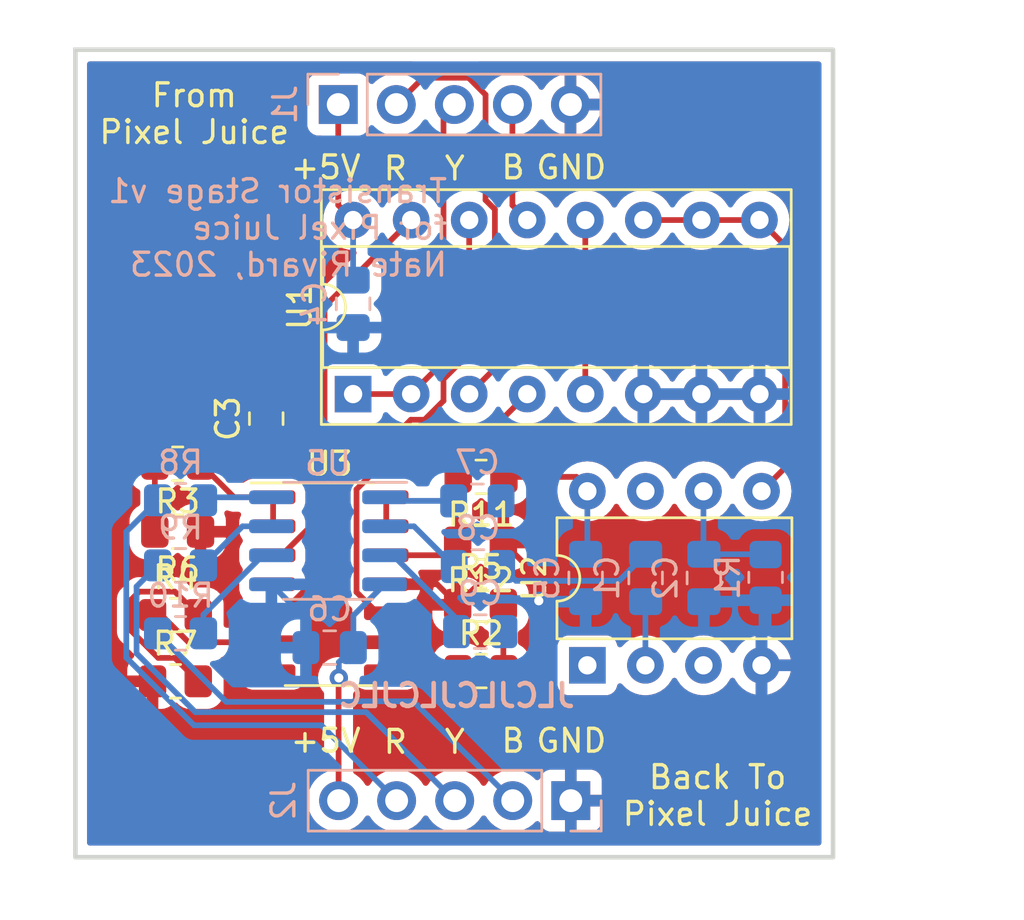
<source format=kicad_pcb>
(kicad_pcb (version 20211014) (generator pcbnew)
  (layers (0 "F.Cu" signal) (31 "B.Cu" signal) (34 "B.Paste" user) (35 "F.Paste" user) (36 "B.SilkS" user "B.Silkscreen") (37 "F.SilkS" user "F.Silkscreen") (38 "B.Mask" user) (39 "F.Mask" user) (44 "Edge.Cuts" user))
  (net 0 "")
  (net 1 "Net-(C9-Pad1)")
  (net 2 "GND")
  (net 3 "+5V")
  (net 4 "Net-(C2-Pad1)")
  (net 5 "/Y_{out}")
  (net 6 "Net-(R8-Pad1)")
  (net 7 "/B-Y_{out}")
  (net 8 "Net-(R9-Pad1)")
  (net 9 "/R-Y_{out}")
  (net 10 "Net-(R2-Pad1)")
  (net 11 "Net-(R3-Pad1)")
  (net 12 "Net-(R10-Pad1)")
  (net 13 "Net-(C1-Pad2)")
  (net 15 "~{BURST}")
  (net 16 "CSYNC")
  (net 18 "Net-(U1-Pad15)")
  (net 19 "Net-(U1-Pad14)")
  (net 20 "Net-(R4-Pad1)")
  (net 21 "Net-(U1-Pad4)")
  (net 22 "Net-(C7-Pad2)")
  (net 23 "Net-(C8-Pad2)")
  (net 24 "Net-(C9-Pad2)")
  (net 25 "Y")
  (net 26 "R-Y")
  (net 27 "SAMPLE")
  (net 28 "B-Y")
  (net 29 "Y_{DIV}")
  (net 30 "Net-(C7-Pad1)")
  (net 31 "Net-(R11-Pad2)")
  (net 32 "Net-(U3-Pad13)")
  (footprint "Resistor_SMD:R_0805_2012Metric_Pad1.20x1.40mm_HandSolder" (layer "F.Cu") (at 131.825 94.45 180)
    (fp_text reference "R6" (at 0 -1.65) (layer "F.SilkS"))
    (fp_text value "910R")
    (fp_line (start -0.227064 0.735) (end 0.227064 0.735) (layer "F.SilkS") (width 0.12))
    (fp_line (start -0.227064 -0.735) (end 0.227064 -0.735) (layer "F.SilkS") (width 0.12))
    (pad "1" smd roundrect (at -1 0 180) (size 1.2 1.4) (layers "F.Cu" "F.Paste" "F.Mask") (roundrect_rratio 0.208333) (net 2 "GND"))
    (pad "2" smd roundrect (at 1 0 180) (size 1.2 1.4) (layers "F.Cu" "F.Paste" "F.Mask") (roundrect_rratio 0.208333) (net 29 "Y_{DIV}"))
  )
  (footprint "Resistor_SMD:R_0805_2012Metric_Pad1.20x1.40mm_HandSolder" (layer "F.Cu") (at 145.075 97.65)
    (fp_text reference "R5" (at 0 -1.65) (layer "F.SilkS"))
    (fp_text value "620R")
    (fp_line (start -0.227064 -0.735) (end 0.227064 -0.735) (layer "F.SilkS") (width 0.12))
    (fp_line (start -0.227064 0.735) (end 0.227064 0.735) (layer "F.SilkS") (width 0.12))
    (pad "1" smd roundrect (at -1 0) (size 1.2 1.4) (layers "F.Cu" "F.Paste" "F.Mask") (roundrect_rratio 0.208333) (net 2 "GND"))
    (pad "2" smd roundrect (at 1 0) (size 1.2 1.4) (layers "F.Cu" "F.Paste" "F.Mask") (roundrect_rratio 0.208333) (net 30 "Net-(C7-Pad1)"))
  )
  (footprint "Resistor_SMD:R_0805_2012Metric_Pad1.20x1.40mm_HandSolder" (layer "F.Cu") (at 131.725 101)
    (fp_text reference "R7" (at 0 -1.65) (layer "F.SilkS"))
    (fp_text value "910R")
    (fp_line (start -0.227064 0.735) (end 0.227064 0.735) (layer "F.SilkS") (width 0.12))
    (fp_line (start -0.227064 -0.735) (end 0.227064 -0.735) (layer "F.SilkS") (width 0.12))
    (pad "1" smd roundrect (at -1 0) (size 1.2 1.4) (layers "F.Cu" "F.Paste" "F.Mask") (roundrect_rratio 0.208333) (net 2 "GND"))
    (pad "2" smd roundrect (at 1 0) (size 1.2 1.4) (layers "F.Cu" "F.Paste" "F.Mask") (roundrect_rratio 0.208333) (net 1 "Net-(C9-Pad1)"))
  )
  (footprint "Package_DIP:DIP-16_W7.62mm_Socket" (layer "F.Cu") (at 139.5 88.425 90)
    (fp_text reference "U1" (at 3.81 -2.33 90) (layer "F.SilkS"))
    (fp_text value "CD4053B")
    (fp_line (start 6.46 19.11) (end 6.46 -1.33) (layer "F.SilkS") (width 0.12))
    (fp_line (start 6.46 -1.33) (end 4.81 -1.33) (layer "F.SilkS") (width 0.12))
    (fp_line (start 1.16 -1.33) (end 1.16 19.11) (layer "F.SilkS") (width 0.12))
    (fp_line (start 8.95 19.17) (end 8.95 -1.39) (layer "F.SilkS") (width 0.12))
    (fp_line (start -1.33 19.17) (end 8.95 19.17) (layer "F.SilkS") (width 0.12))
    (fp_line (start 2.81 -1.33) (end 1.16 -1.33) (layer "F.SilkS") (width 0.12))
    (fp_line (start -1.33 -1.39) (end -1.33 19.17) (layer "F.SilkS") (width 0.12))
    (fp_line (start 1.16 19.11) (end 6.46 19.11) (layer "F.SilkS") (width 0.12))
    (fp_line (start 8.95 -1.39) (end -1.33 -1.39) (layer "F.SilkS") (width 0.12))
    (fp_arc (start 4.81 -1.33) (mid 3.81 -0.33) (end 2.81 -1.33) (layer "F.SilkS") (width 0.12))
    (pad "1" thru_hole rect (at 0 0 90) (size 1.6 1.6) (drill 0.8) (layers *.Cu *.Mask) (net 25 "Y"))
    (pad "2" thru_hole oval (at 0 2.54 90) (size 1.6 1.6) (drill 0.8) (layers *.Cu *.Mask) (net 25 "Y"))
    (pad "3" thru_hole oval (at 0 5.08 90) (size 1.6 1.6) (drill 0.8) (layers *.Cu *.Mask) (net 26 "R-Y"))
    (pad "4" thru_hole oval (at 0 7.62 90) (size 1.6 1.6) (drill 0.8) (layers *.Cu *.Mask) (net 21 "Net-(U1-Pad4)"))
    (pad "5" thru_hole oval (at 0 10.16 90) (size 1.6 1.6) (drill 0.8) (layers *.Cu *.Mask) (net 27 "SAMPLE"))
    (pad "6" thru_hole oval (at 0 12.7 90) (size 1.6 1.6) (drill 0.8) (layers *.Cu *.Mask) (net 2 "GND"))
    (pad "7" thru_hole oval (at 0 15.24 90) (size 1.6 1.6) (drill 0.8) (layers *.Cu *.Mask) (net 2 "GND"))
    (pad "8" thru_hole oval (at 0 17.78 90) (size 1.6 1.6) (drill 0.8) (layers *.Cu *.Mask) (net 2 "GND"))
    (pad "9" thru_hole oval (at 7.62 17.78 90) (size 1.6 1.6) (drill 0.8) (layers *.Cu *.Mask) (net 15 "~{BURST}"))
    (pad "10" thru_hole oval (at 7.62 15.24 90) (size 1.6 1.6) (drill 0.8) (layers *.Cu *.Mask) (net 15 "~{BURST}"))
    (pad "11" thru_hole oval (at 7.62 12.7 90) (size 1.6 1.6) (drill 0.8) (layers *.Cu *.Mask) (net 15 "~{BURST}"))
    (pad "12" thru_hole oval (at 7.62 10.16 90) (size 1.6 1.6) (drill 0.8) (layers *.Cu *.Mask) (net 27 "SAMPLE"))
    (pad "13" thru_hole oval (at 7.62 7.62 90) (size 1.6 1.6) (drill 0.8) (layers *.Cu *.Mask) (net 28 "B-Y"))
    (pad "14" thru_hole oval (at 7.62 5.08 90) (size 1.6 1.6) (drill 0.8) (layers *.Cu *.Mask) (net 19 "Net-(U1-Pad14)"))
    (pad "15" thru_hole oval (at 7.62 2.54 90) (size 1.6 1.6) (drill 0.8) (layers *.Cu *.Mask) (net 18 "Net-(U1-Pad15)"))
    (pad "16" thru_hole oval (at 7.62 0 90) (size 1.6 1.6) (drill 0.8) (layers *.Cu *.Mask) (net 3 "+5V"))
  )
  (footprint "Package_SO:SOIC-14_3.9x8.7mm_P1.27mm" (layer "F.Cu") (at 138.475 96.75)
    (fp_text reference "U3" (at 0 -5.28) (layer "F.SilkS"))
    (fp_text value "AD8054")
    (fp_line (start 0 4.435) (end 1.95 4.435) (layer "F.SilkS") (width 0.12))
    (fp_line (start 0 -4.435) (end -3.45 -4.435) (layer "F.SilkS") (width 0.12))
    (fp_line (start 0 4.435) (end -1.95 4.435) (layer "F.SilkS") (width 0.12))
    (fp_line (start 0 -4.435) (end 1.95 -4.435) (layer "F.SilkS") (width 0.12))
    (pad "1" smd roundrect (at -2.475 -3.81) (size 1.95 0.6) (layers "F.Cu" "F.Paste" "F.Mask") (net 11 "Net-(R3-Pad1)"))
    (pad "2" smd roundrect (at -2.475 -2.54) (size 1.95 0.6) (layers "F.Cu" "F.Paste" "F.Mask") (net 11 "Net-(R3-Pad1)"))
    (pad "3" smd roundrect (at -2.475 -1.27) (size 1.95 0.6) (layers "F.Cu" "F.Paste" "F.Mask") (net 18 "Net-(U1-Pad15)"))
    (pad "4" smd roundrect (at -2.475 0) (size 1.95 0.6) (layers "F.Cu" "F.Paste" "F.Mask") (net 3 "+5V"))
    (pad "5" smd roundrect (at -2.475 1.27) (size 1.95 0.6) (layers "F.Cu" "F.Paste" "F.Mask") (net 19 "Net-(U1-Pad14)"))
    (pad "6" smd roundrect (at -2.475 2.54) (size 1.95 0.6) (layers "F.Cu" "F.Paste" "F.Mask") (net 20 "Net-(R4-Pad1)"))
    (pad "7" smd roundrect (at -2.475 3.81) (size 1.95 0.6) (layers "F.Cu" "F.Paste" "F.Mask") (net 20 "Net-(R4-Pad1)"))
    (pad "8" smd roundrect (at 2.475 3.81) (size 1.95 0.6) (layers "F.Cu" "F.Paste" "F.Mask") (net 10 "Net-(R2-Pad1)"))
    (pad "9" smd roundrect (at 2.475 2.54) (size 1.95 0.6) (layers "F.Cu" "F.Paste" "F.Mask") (net 10 "Net-(R2-Pad1)"))
    (pad "10" smd roundrect (at 2.475 1.27) (size 1.95 0.6) (layers "F.Cu" "F.Paste" "F.Mask") (net 21 "Net-(U1-Pad4)"))
    (pad "11" smd roundrect (at 2.475 0) (size 1.95 0.6) (layers "F.Cu" "F.Paste" "F.Mask") (net 2 "GND"))
    (pad "12" smd roundrect (at 2.475 -1.27) (size 1.95 0.6) (layers "F.Cu" "F.Paste" "F.Mask") (net 31 "Net-(R11-Pad2)"))
    (pad "13" smd roundrect (at 2.475 -2.54) (size 1.95 0.6) (layers "F.Cu" "F.Paste" "F.Mask") (net 32 "Net-(U3-Pad13)"))
    (pad "14" smd roundrect (at 2.475 -3.81) (size 1.95 0.6) (layers "F.Cu" "F.Paste" "F.Mask") (net 32 "Net-(U3-Pad13)"))
  )
  (footprint "Resistor_SMD:R_0805_2012Metric_Pad1.20x1.40mm_HandSolder" (layer "F.Cu") (at 145.075 94.925 180)
    (fp_text reference "R12" (at 0 -1.65) (layer "F.SilkS"))
    (fp_text value "680R")
    (fp_line (start -0.227064 -0.735) (end 0.227064 -0.735) (layer "F.SilkS") (width 0.12))
    (fp_line (start -0.227064 0.735) (end 0.227064 0.735) (layer "F.SilkS") (width 0.12))
    (pad "1" smd roundrect (at -1 0 180) (size 1.2 1.4) (layers "F.Cu" "F.Paste" "F.Mask") (roundrect_rratio 0.208333) (net 2 "GND"))
    (pad "2" smd roundrect (at 1 0 180) (size 1.2 1.4) (layers "F.Cu" "F.Paste" "F.Mask") (roundrect_rratio 0.208333) (net 31 "Net-(R11-Pad2)"))
  )
  (footprint "Resistor_SMD:R_0805_2012Metric_Pad1.20x1.40mm_HandSolder" (layer "F.Cu") (at 145.1 92.05 180)
    (fp_text reference "R11" (at 0 -1.65) (layer "F.SilkS"))
    (fp_text value "680R")
    (fp_line (start -0.227064 -0.735) (end 0.227064 -0.735) (layer "F.SilkS") (width 0.12))
    (fp_line (start -0.227064 0.735) (end 0.227064 0.735) (layer "F.SilkS") (width 0.12))
    (pad "1" smd roundrect (at -1 0 180) (size 1.2 1.4) (layers "F.Cu" "F.Paste" "F.Mask") (roundrect_rratio 0.208333) (net 3 "+5V"))
    (pad "2" smd roundrect (at 1 0 180) (size 1.2 1.4) (layers "F.Cu" "F.Paste" "F.Mask") (roundrect_rratio 0.208333) (net 31 "Net-(R11-Pad2)"))
  )
  (footprint "Resistor_SMD:R_0805_2012Metric_Pad1.20x1.40mm_HandSolder" (layer "F.Cu") (at 131.725 98.1)
    (fp_text reference "R4" (at 0 -1.65) (layer "F.SilkS"))
    (fp_text value "680R")
    (fp_line (start -0.227064 -0.735) (end 0.227064 -0.735) (layer "F.SilkS") (width 0.12))
    (fp_line (start -0.227064 0.735) (end 0.227064 0.735) (layer "F.SilkS") (width 0.12))
    (pad "1" smd roundrect (at -1 0) (size 1.2 1.4) (layers "F.Cu" "F.Paste" "F.Mask") (roundrect_rratio 0.208333) (net 20 "Net-(R4-Pad1)"))
    (pad "2" smd roundrect (at 1 0) (size 1.2 1.4) (layers "F.Cu" "F.Paste" "F.Mask") (roundrect_rratio 0.208333) (net 1 "Net-(C9-Pad1)"))
  )
  (footprint "Package_DIP:DIP-8_W7.62mm" (layer "F.Cu") (at 149.75 100.3 90)
    (fp_text reference "U2" (at 3.81 -2.33 90) (layer "F.SilkS"))
    (fp_text value "LM1881")
    (fp_line (start 1.16 8.95) (end 6.46 8.95) (layer "F.SilkS") (width 0.12))
    (fp_line (start 1.16 -1.33) (end 1.16 8.95) (layer "F.SilkS") (width 0.12))
    (fp_line (start 6.46 -1.33) (end 4.81 -1.33) (layer "F.SilkS") (width 0.12))
    (fp_line (start 2.81 -1.33) (end 1.16 -1.33) (layer "F.SilkS") (width 0.12))
    (fp_line (start 6.46 8.95) (end 6.46 -1.33) (layer "F.SilkS") (width 0.12))
    (fp_arc (start 4.81 -1.33) (mid 3.81 -0.33) (end 2.81 -1.33) (layer "F.SilkS") (width 0.12))
    (pad "1" thru_hole rect (at 0 0 90) (size 1.6 1.6) (drill 0.8) (layers *.Cu *.Mask) (net 16 "CSYNC"))
    (pad "2" thru_hole oval (at 0 2.54 90) (size 1.6 1.6) (drill 0.8) (layers *.Cu *.Mask) (net 13 "Net-(C1-Pad2)"))
    (pad "3" thru_hole oval (at 0 5.08 90) (size 1.6 1.6) (drill 0.8) (layers *.Cu *.Mask))
    (pad "4" thru_hole oval (at 0 7.62 90) (size 1.6 1.6) (drill 0.8) (layers *.Cu *.Mask) (net 2 "GND"))
    (pad "5" thru_hole oval (at 7.62 7.62 90) (size 1.6 1.6) (drill 0.8) (layers *.Cu *.Mask) (net 15 "~{BURST}"))
    (pad "6" thru_hole oval (at 7.62 5.08 90) (size 1.6 1.6) (drill 0.8) (layers *.Cu *.Mask) (net 4 "Net-(C2-Pad1)"))
    (pad "7" thru_hole oval (at 7.62 2.54 90) (size 1.6 1.6) (drill 0.8) (layers *.Cu *.Mask))
    (pad "8" thru_hole oval (at 7.62 0 90) (size 1.6 1.6) (drill 0.8) (layers *.Cu *.Mask) (net 3 "+5V"))
  )
  (footprint "Capacitor_SMD:C_0805_2012Metric_Pad1.18x1.45mm_HandSolder" (layer "F.Cu") (at 135.7 89.5 90)
    (fp_text reference "C3" (at 0 -1.68 90) (layer "F.SilkS"))
    (fp_text value "100nF")
    (fp_line (start -0.261252 0.735) (end 0.261252 0.735) (layer "F.SilkS") (width 0.12))
    (fp_line (start -0.261252 -0.735) (end 0.261252 -0.735) (layer "F.SilkS") (width 0.12))
    (pad "1" smd roundrect (at -1.0375 0 90) (size 1.175 1.45) (layers "F.Cu" "F.Paste" "F.Mask") (roundrect_rratio 0.212766) (net 3 "+5V"))
    (pad "2" smd roundrect (at 1.0375 0 90) (size 1.175 1.45) (layers "F.Cu" "F.Paste" "F.Mask") (roundrect_rratio 0.212766) (net 2 "GND"))
  )
  (footprint "Resistor_SMD:R_0805_2012Metric_Pad1.20x1.40mm_HandSolder" (layer "F.Cu") (at 131.825 91.475 180)
    (fp_text reference "R3" (at 0 -1.65 180) (layer "F.SilkS"))
    (fp_text value "160R")
    (fp_line (start -0.227064 0.735) (end 0.227064 0.735) (layer "F.SilkS") (width 0.12))
    (fp_line (start -0.227064 -0.735) (end 0.227064 -0.735) (layer "F.SilkS") (width 0.12))
    (pad "1" smd roundrect (at -1 0 180) (size 1.2 1.4) (layers "F.Cu" "F.Paste" "F.Mask") (roundrect_rratio 0.208333) (net 11 "Net-(R3-Pad1)"))
    (pad "2" smd roundrect (at 1 0 180) (size 1.2 1.4) (layers "F.Cu" "F.Paste" "F.Mask") (roundrect_rratio 0.208333) (net 29 "Y_{DIV}"))
  )
  (footprint "Resistor_SMD:R_0805_2012Metric_Pad1.20x1.40mm_HandSolder" (layer "F.Cu") (at 145.1 100.55)
    (fp_text reference "R2" (at 0 -1.65) (layer "F.SilkS"))
    (fp_text value "910R")
    (fp_line (start -0.227064 0.735) (end 0.227064 0.735) (layer "F.SilkS") (width 0.12))
    (fp_line (start -0.227064 -0.735) (end 0.227064 -0.735) (layer "F.SilkS") (width 0.12))
    (pad "1" smd roundrect (at -1 0) (size 1.2 1.4) (layers "F.Cu" "F.Paste" "F.Mask") (roundrect_rratio 0.208333) (net 10 "Net-(R2-Pad1)"))
    (pad "2" smd roundrect (at 1 0) (size 1.2 1.4) (layers "F.Cu" "F.Paste" "F.Mask") (roundrect_rratio 0.208333) (net 30 "Net-(C7-Pad1)"))
  )
  (footprint "Capacitor_SMD:C_0805_2012Metric_Pad1.18x1.45mm_HandSolder" (layer "B.Cu") (at 154.85 96.475 -90)
    (fp_text reference "C2" (at 0 1.68 90) (layer "B.SilkS") (effects (justify mirror)))
    (fp_text value "100nf")
    (fp_line (start -0.261252 0.735) (end 0.261252 0.735) (layer "B.SilkS") (width 0.12))
    (fp_line (start -0.261252 -0.735) (end 0.261252 -0.735) (layer "B.SilkS") (width 0.12))
    (pad "1" smd roundrect (at -1.0375 0 270) (size 1.175 1.45) (layers "B.Cu" "B.Paste" "B.Mask") (roundrect_rratio 0.212766) (net 4 "Net-(C2-Pad1)"))
    (pad "2" smd roundrect (at 1.0375 0 270) (size 1.175 1.45) (layers "B.Cu" "B.Paste" "B.Mask") (roundrect_rratio 0.212766) (net 2 "GND"))
  )
  (footprint "Resistor_SMD:R_0805_2012Metric_Pad1.20x1.40mm_HandSolder" (layer "B.Cu") (at 131.95 93.075 180)
    (fp_text reference "R8" (at 0 1.65) (layer "B.SilkS") (effects (justify mirror)))
    (fp_text value "75R")
    (fp_line (start -0.227064 -0.735) (end 0.227064 -0.735) (layer "B.SilkS") (width 0.12))
    (fp_line (start -0.227064 0.735) (end 0.227064 0.735) (layer "B.SilkS") (width 0.12))
    (pad "1" smd roundrect (at -1 0 180) (size 1.2 1.4) (layers "B.Cu" "B.Paste" "B.Mask") (roundrect_rratio 0.208333) (net 6 "Net-(R8-Pad1)"))
    (pad "2" smd roundrect (at 1 0 180) (size 1.2 1.4) (layers "B.Cu" "B.Paste" "B.Mask") (roundrect_rratio 0.208333) (net 9 "/R-Y_{out}"))
  )
  (footprint "Capacitor_SMD:C_0805_2012Metric_Pad1.18x1.45mm_HandSolder" (layer "B.Cu") (at 144.9625 95.975 180)
    (fp_text reference "C8" (at 0 1.68) (layer "B.SilkS") (effects (justify mirror)))
    (fp_text value "100nf")
    (fp_line (start -0.261252 0.735) (end 0.261252 0.735) (layer "B.SilkS") (width 0.12))
    (fp_line (start -0.261252 -0.735) (end 0.261252 -0.735) (layer "B.SilkS") (width 0.12))
    (pad "1" smd roundrect (at -1.0375 0 180) (size 1.175 1.45) (layers "B.Cu" "B.Paste" "B.Mask") (roundrect_rratio 0.212766) (net 29 "Y_{DIV}"))
    (pad "2" smd roundrect (at 1.0375 0 180) (size 1.175 1.45) (layers "B.Cu" "B.Paste" "B.Mask") (roundrect_rratio 0.212766) (net 23 "Net-(C8-Pad2)"))
  )
  (footprint "Package_SO:SOIC-8_3.9x4.9mm_P1.27mm" (layer "B.Cu") (at 138.4 94.85 180)
    (fp_text reference "U5" (at 0 3.4) (layer "B.SilkS") (effects (justify mirror)))
    (fp_text value "THS7314")
    (fp_line (start 0 2.56) (end 1.95 2.56) (layer "B.SilkS") (width 0.12))
    (fp_line (start 0 -2.56) (end 1.95 -2.56) (layer "B.SilkS") (width 0.12))
    (fp_line (start 0 2.56) (end -3.45 2.56) (layer "B.SilkS") (width 0.12))
    (fp_line (start 0 -2.56) (end -1.95 -2.56) (layer "B.SilkS") (width 0.12))
    (pad "1" smd roundrect (at -2.475 1.905 180) (size 1.95 0.6) (layers "B.Cu" "B.Paste" "B.Mask") (net 22 "Net-(C7-Pad2)"))
    (pad "2" smd roundrect (at -2.475 0.635 180) (size 1.95 0.6) (layers "B.Cu" "B.Paste" "B.Mask") (net 23 "Net-(C8-Pad2)"))
    (pad "3" smd roundrect (at -2.475 -0.635 180) (size 1.95 0.6) (layers "B.Cu" "B.Paste" "B.Mask") (net 24 "Net-(C9-Pad2)"))
    (pad "4" smd roundrect (at -2.475 -1.905 180) (size 1.95 0.6) (layers "B.Cu" "B.Paste" "B.Mask") (net 3 "+5V"))
    (pad "5" smd roundrect (at 2.475 -1.905 180) (size 1.95 0.6) (layers "B.Cu" "B.Paste" "B.Mask") (net 2 "GND"))
    (pad "6" smd roundrect (at 2.475 -0.635 180) (size 1.95 0.6) (layers "B.Cu" "B.Paste" "B.Mask") (net 12 "Net-(R10-Pad1)"))
    (pad "7" smd roundrect (at 2.475 0.635 180) (size 1.95 0.6) (layers "B.Cu" "B.Paste" "B.Mask") (net 8 "Net-(R9-Pad1)"))
    (pad "8" smd roundrect (at 2.475 1.905 180) (size 1.95 0.6) (layers "B.Cu" "B.Paste" "B.Mask") (net 6 "Net-(R8-Pad1)"))
  )
  (footprint "Capacitor_SMD:C_0805_2012Metric_Pad1.18x1.45mm_HandSolder" (layer "B.Cu") (at 145.0625 98.825 180)
    (fp_text reference "C9" (at 0 1.68) (layer "B.SilkS") (effects (justify mirror)))
    (fp_text value "100nf")
    (fp_line (start -0.261252 0.735) (end 0.261252 0.735) (layer "B.SilkS") (width 0.12))
    (fp_line (start -0.261252 -0.735) (end 0.261252 -0.735) (layer "B.SilkS") (width 0.12))
    (pad "1" smd roundrect (at -1.0375 0 180) (size 1.175 1.45) (layers "B.Cu" "B.Paste" "B.Mask") (roundrect_rratio 0.212766) (net 1 "Net-(C9-Pad1)"))
    (pad "2" smd roundrect (at 1.0375 0 180) (size 1.175 1.45) (layers "B.Cu" "B.Paste" "B.Mask") (roundrect_rratio 0.212766) (net 24 "Net-(C9-Pad2)"))
  )
  (footprint "Capacitor_SMD:C_0805_2012Metric_Pad1.18x1.45mm_HandSolder" (layer "B.Cu") (at 152.3 96.475 -90)
    (fp_text reference "C1" (at 0 1.68 90) (layer "B.SilkS") (effects (justify mirror)))
    (fp_text value "100nf")
    (fp_line (start -0.261252 -0.735) (end 0.261252 -0.735) (layer "B.SilkS") (width 0.12))
    (fp_line (start -0.261252 0.735) (end 0.261252 0.735) (layer "B.SilkS") (width 0.12))
    (pad "1" smd roundrect (at -1.0375 0 270) (size 1.175 1.45) (layers "B.Cu" "B.Paste" "B.Mask") (roundrect_rratio 0.212766) (net 29 "Y_{DIV}"))
    (pad "2" smd roundrect (at 1.0375 0 270) (size 1.175 1.45) (layers "B.Cu" "B.Paste" "B.Mask") (roundrect_rratio 0.212766) (net 13 "Net-(C1-Pad2)"))
  )
  (footprint "Resistor_SMD:R_0805_2012Metric_Pad1.20x1.40mm_HandSolder" (layer "B.Cu") (at 131.95 98.9 180)
    (fp_text reference "R10" (at 0 1.65) (layer "B.SilkS") (effects (justify mirror)))
    (fp_text value "75R")
    (fp_line (start -0.227064 -0.735) (end 0.227064 -0.735) (layer "B.SilkS") (width 0.12))
    (fp_line (start -0.227064 0.735) (end 0.227064 0.735) (layer "B.SilkS") (width 0.12))
    (pad "1" smd roundrect (at -1 0 180) (size 1.2 1.4) (layers "B.Cu" "B.Paste" "B.Mask") (roundrect_rratio 0.208333) (net 12 "Net-(R10-Pad1)"))
    (pad "2" smd roundrect (at 1 0 180) (size 1.2 1.4) (layers "B.Cu" "B.Paste" "B.Mask") (roundrect_rratio 0.208333) (net 7 "/B-Y_{out}"))
  )
  (footprint "Capacitor_SMD:C_0805_2012Metric_Pad1.18x1.45mm_HandSolder" (layer "B.Cu") (at 139.5 84.475 -90)
    (fp_text reference "C4" (at 0 1.68 90) (layer "B.SilkS") (effects (justify mirror)))
    (fp_text value "100nF")
    (fp_line (start -0.261252 -0.735) (end 0.261252 -0.735) (layer "B.SilkS") (width 0.12))
    (fp_line (start -0.261252 0.735) (end 0.261252 0.735) (layer "B.SilkS") (width 0.12))
    (pad "1" smd roundrect (at -1.0375 0 270) (size 1.175 1.45) (layers "B.Cu" "B.Paste" "B.Mask") (roundrect_rratio 0.212766) (net 3 "+5V"))
    (pad "2" smd roundrect (at 1.0375 0 270) (size 1.175 1.45) (layers "B.Cu" "B.Paste" "B.Mask") (roundrect_rratio 0.212766) (net 2 "GND"))
  )
  (footprint "Capacitor_SMD:C_0805_2012Metric_Pad1.18x1.45mm_HandSolder" (layer "B.Cu") (at 144.9375 93.1 180)
    (fp_text reference "C7" (at 0 1.68) (layer "B.SilkS") (effects (justify mirror)))
    (fp_text value "100nf")
    (fp_line (start -0.261252 0.735) (end 0.261252 0.735) (layer "B.SilkS") (width 0.12))
    (fp_line (start -0.261252 -0.735) (end 0.261252 -0.735) (layer "B.SilkS") (width 0.12))
    (pad "1" smd roundrect (at -1.0375 0 180) (size 1.175 1.45) (layers "B.Cu" "B.Paste" "B.Mask") (roundrect_rratio 0.212766) (net 30 "Net-(C7-Pad1)"))
    (pad "2" smd roundrect (at 1.0375 0 180) (size 1.175 1.45) (layers "B.Cu" "B.Paste" "B.Mask") (roundrect_rratio 0.212766) (net 22 "Net-(C7-Pad2)"))
  )
  (footprint "Connector_PinHeader_2.54mm:PinHeader_1x05_P2.54mm_Vertical" (layer "B.Cu") (at 149.025 106.225 90)
    (fp_text reference "J2" (at 0 -12.575 90) (layer "B.SilkS") (effects (justify mirror)))
    (fp_text value "OUTPUT_PORT")
    (fp_line (start -1.33 -11.49) (end 1.33 -11.49) (layer "B.SilkS") (width 0.12))
    (fp_line (start 1.33 -1.27) (end 1.33 -11.49) (layer "B.SilkS") (width 0.12))
    (fp_line (start -1.33 0) (end -1.33 1.33) (layer "B.SilkS") (width 0.12))
    (fp_line (start -1.33 -1.27) (end 1.33 -1.27) (layer "B.SilkS") (width 0.12))
    (fp_line (start -1.33 1.33) (end 0 1.33) (layer "B.SilkS") (width 0.12))
    (fp_line (start -1.33 -1.27) (end -1.33 -11.49) (layer "B.SilkS") (width 0.12))
    (pad "1" thru_hole rect (at 0 0 90) (size 1.7 1.7) (drill 1) (layers *.Cu *.Mask) (net 2 "GND"))
    (pad "2" thru_hole oval (at 0 -2.54 90) (size 1.7 1.7) (drill 1) (layers *.Cu *.Mask) (net 7 "/B-Y_{out}"))
    (pad "3" thru_hole oval (at 0 -5.08 90) (size 1.7 1.7) (drill 1) (layers *.Cu *.Mask) (net 5 "/Y_{out}"))
    (pad "4" thru_hole oval (at 0 -7.62 90) (size 1.7 1.7) (drill 1) (layers *.Cu *.Mask) (net 9 "/R-Y_{out}"))
    (pad "5" thru_hole oval (at 0 -10.16 90) (size 1.7 1.7) (drill 1) (layers *.Cu *.Mask) (net 3 "+5V"))
  )
  (footprint "Resistor_SMD:R_0805_2012Metric_Pad1.20x1.40mm_HandSolder" (layer "B.Cu") (at 131.95 95.925 180)
    (fp_text reference "R9" (at 0 1.65) (layer "B.SilkS") (effects (justify mirror)))
    (fp_text value "75R")
    (fp_line (start -0.227064 0.735) (end 0.227064 0.735) (layer "B.SilkS") (width 0.12))
    (fp_line (start -0.227064 -0.735) (end 0.227064 -0.735) (layer "B.SilkS") (width 0.12))
    (pad "1" smd roundrect (at -1 0 180) (size 1.2 1.4) (layers "B.Cu" "B.Paste" "B.Mask") (roundrect_rratio 0.208333) (net 8 "Net-(R9-Pad1)"))
    (pad "2" smd roundrect (at 1 0 180) (size 1.2 1.4) (layers "B.Cu" "B.Paste" "B.Mask") (roundrect_rratio 0.208333) (net 5 "/Y_{out}"))
  )
  (footprint "Capacitor_SMD:C_0805_2012Metric_Pad1.18x1.45mm_HandSolder" (layer "B.Cu") (at 138.475 99.525 180)
    (fp_text reference "C6" (at 0 1.68) (layer "B.SilkS") (effects (justify mirror)))
    (fp_text value "100nF")
    (fp_line (start -0.261252 0.735) (end 0.261252 0.735) (layer "B.SilkS") (width 0.12))
    (fp_line (start -0.261252 -0.735) (end 0.261252 -0.735) (layer "B.SilkS") (width 0.12))
    (pad "1" smd roundrect (at -1.0375 0 180) (size 1.175 1.45) (layers "B.Cu" "B.Paste" "B.Mask") (roundrect_rratio 0.212766) (net 3 "+5V"))
    (pad "2" smd roundrect (at 1.0375 0 180) (size 1.175 1.45) (layers "B.Cu" "B.Paste" "B.Mask") (roundrect_rratio 0.212766) (net 2 "GND"))
  )
  (footprint "Connector_PinHeader_2.54mm:PinHeader_1x05_P2.54mm_Vertical" (layer "B.Cu") (at 138.85 75.75 -90)
    (fp_text reference "J1" (at 0 2.33 90) (layer "B.SilkS") (effects (justify mirror)))
    (fp_text value "INPUT_PORT")
    (fp_line (start 1.33 -1.27) (end 1.33 -11.49) (layer "B.SilkS") (width 0.12))
    (fp_line (start -1.33 0) (end -1.33 1.33) (layer "B.SilkS") (width 0.12))
    (fp_line (start -1.33 -11.49) (end 1.33 -11.49) (layer "B.SilkS") (width 0.12))
    (fp_line (start -1.33 1.33) (end 0 1.33) (layer "B.SilkS") (width 0.12))
    (fp_line (start -1.33 -1.27) (end -1.33 -11.49) (layer "B.SilkS") (width 0.12))
    (fp_line (start -1.33 -1.27) (end 1.33 -1.27) (layer "B.SilkS") (width 0.12))
    (pad "1" thru_hole rect (at 0 0 270) (size 1.7 1.7) (drill 1) (layers *.Cu *.Mask) (net 3 "+5V"))
    (pad "2" thru_hole oval (at 0 -2.54 270) (size 1.7 1.7) (drill 1) (layers *.Cu *.Mask) (net 26 "R-Y"))
    (pad "3" thru_hole oval (at 0 -5.08 270) (size 1.7 1.7) (drill 1) (layers *.Cu *.Mask) (net 25 "Y"))
    (pad "4" thru_hole oval (at 0 -7.62 270) (size 1.7 1.7) (drill 1) (layers *.Cu *.Mask) (net 28 "B-Y"))
    (pad "5" thru_hole oval (at 0 -10.16 270) (size 1.7 1.7) (drill 1) (layers *.Cu *.Mask) (net 2 "GND"))
  )
  (footprint "Resistor_SMD:R_0805_2012Metric_Pad1.20x1.40mm_HandSolder" (layer "B.Cu") (at 157.55 96.45 -90)
    (fp_text reference "R1" (at 0 1.65 90) (layer "B.SilkS") (effects (justify mirror)))
    (fp_text value "560K")
    (fp_line (start -0.227064 -0.735) (end 0.227064 -0.735) (layer "B.SilkS") (width 0.12))
    (fp_line (start -0.227064 0.735) (end 0.227064 0.735) (layer "B.SilkS") (width 0.12))
    (pad "1" smd roundrect (at -1 0 270) (size 1.2 1.4) (layers "B.Cu" "B.Paste" "B.Mask") (roundrect_rratio 0.208333) (net 4 "Net-(C2-Pad1)"))
    (pad "2" smd roundrect (at 1 0 270) (size 1.2 1.4) (layers "B.Cu" "B.Paste" "B.Mask") (roundrect_rratio 0.208333) (net 2 "GND"))
  )
  (footprint "Capacitor_SMD:C_0805_2012Metric_Pad1.18x1.45mm_HandSolder" (layer "B.Cu") (at 149.675 96.475 -90)
    (fp_text reference "C5" (at 0 1.68 90) (layer "B.SilkS") (effects (justify mirror)))
    (fp_text value "100nF")
    (fp_line (start -0.261252 0.735) (end 0.261252 0.735) (layer "B.SilkS") (width 0.12))
    (fp_line (start -0.261252 -0.735) (end 0.261252 -0.735) (layer "B.SilkS") (width 0.12))
    (pad "1" smd roundrect (at -1.0375 0 270) (size 1.175 1.45) (layers "B.Cu" "B.Paste" "B.Mask") (roundrect_rratio 0.212766) (net 3 "+5V"))
    (pad "2" smd roundrect (at 1.0375 0 270) (size 1.175 1.45) (layers "B.Cu" "B.Paste" "B.Mask") (roundrect_rratio 0.212766) (net 2 "GND"))
  )
  (gr_rect (start 127.35 73.35) (end 160.5 108.7) (layer "Edge.Cuts") (width 0.2) (fill none))
  (gr_text "Transistor Stage v1\nfor Pixel Juice\nNate Rivard, 2023" (at 143.7 81.15) (layer "B.SilkS") (effects (font (size 1 1)) (justify left mirror)))
  (gr_text "JLCJLCJLCJLC" (at 144.025 101.625) (layer "B.SilkS") (effects (font (size 1 1) (thickness 0.2)) (justify mirror)))
  (gr_text "B" (at 146.5 78.5) (layer "F.SilkS") (effects (font (size 1 1))))
  (gr_text "From\nPixel Juice" (at 132.55 76.15) (layer "F.SilkS") (effects (font (size 1 1))))
  (gr_text "R" (at 141.35 78.55) (layer "F.SilkS") (effects (font (size 1 1))))
  (gr_text "GND" (at 149.05 78.5) (layer "F.SilkS") (effects (font (size 1 1))))
  (gr_text "R" (at 141.35 103.65) (layer "F.SilkS") (effects (font (size 1 1))))
  (gr_text "+5V" (at 138.3 103.6) (layer "F.SilkS") (effects (font (size 1 1))))
  (gr_text "Y" (at 143.95 78.55) (layer "F.SilkS") (effects (font (size 1 1))))
  (gr_text "B" (at 146.5 103.6) (layer "F.SilkS") (effects (font (size 1 1))))
  (gr_text "+5V" (at 138.3 78.5) (layer "F.SilkS") (effects (font (size 1 1))))
  (gr_text "Y" (at 143.95 103.65) (layer "F.SilkS") (effects (font (size 1 1))))
  (gr_text "Back To\nPixel Juice" (at 155.45 106) (layer "F.SilkS") (effects (font (size 1 1))))
  (gr_text "GND" (at 149.05 103.6) (layer "F.SilkS") (effects (font (size 1 1))))
  (segment (start 130.975 99.975) (end 131.7 99.975) (width 0.25) (layer "F.Cu") (net 1))
  (segment (start 129.80048 98.80048) (end 130.975 99.975) (width 0.25) (layer "F.Cu") (net 1))
  (segment (start 132.725 98.1) (end 131.70048 97.07548) (width 0.25) (layer "F.Cu") (net 1))
  (segment (start 130.137027 97.07548) (end 129.80048 97.412027) (width 0.25) (layer "F.Cu") (net 1))
  (segment (start 131.70048 97.07548) (end 130.137027 97.07548) (width 0.25) (layer "F.Cu") (net 1))
  (segment (start 131.7 99.975) (end 132.725 101) (width 0.25) (layer "F.Cu") (net 1))
  (segment (start 129.80048 97.412027) (end 129.80048 98.80048) (width 0.25) (layer "F.Cu") (net 1))
  (segment (start 143.175 96.75) (end 144.075 97.65) (width 0.25) (layer "F.Cu") (net 2))
  (segment (start 146.075 95.65) (end 146.075 94.925) (width 0.25) (layer "F.Cu") (net 2))
  (segment (start 144.075 97.65) (end 146.075 95.65) (width 0.25) (layer "F.Cu") (net 2))
  (segment (start 147.625 96.475) (end 146.075 94.925) (width 0.25) (layer "F.Cu") (net 2))
  (segment (start 147.625 97.475) (end 147.625 96.475) (width 0.25) (layer "F.Cu") (net 2))
  (segment (start 140.95 96.75) (end 143.175 96.75) (width 0.25) (layer "F.Cu") (net 2))
  (via (at 147.625 97.475) (size 0.8) (drill 0.4) (layers "F.Cu" "B.Cu") (net 2))
  (segment (start 157.37 97.63) (end 157.37 100.3) (width 0.25) (layer "B.Cu") (net 2))
  (segment (start 157.55 97.45) (end 157.37 97.63) (width 0.25) (layer "B.Cu") (net 2))
  (segment (start 137.4375 98.2675) (end 137.4375 99.525) (width 0.25) (layer "B.Cu") (net 2))
  (segment (start 147.6625 97.5125) (end 147.625 97.475) (width 0.25) (layer "B.Cu") (net 2))
  (segment (start 154.85 97.5125) (end 157.4875 97.5125) (width 0.25) (layer "B.Cu") (net 2))
  (segment (start 149.675 97.5125) (end 147.6625 97.5125) (width 0.25) (layer "B.Cu") (net 2))
  (segment (start 157.4875 97.5125) (end 157.55 97.45) (width 0.25) (layer "B.Cu") (net 2))
  (segment (start 135.925 96.755) (end 137.4375 98.2675) (width 0.25) (layer "B.Cu") (net 2))
  (segment (start 149.75 92.525) (end 149.275 92.05) (width 0.25) (layer "F.Cu") (net 3))
  (segment (start 138.85 75.75) (end 138.85 80.155) (width 0.25) (layer "F.Cu") (net 3))
  (segment (start 149.275 92.05) (end 146.1 92.05) (width 0.25) (layer "F.Cu") (net 3))
  (segment (start 138.865 100.86) (end 138.875 100.85) (width 0.25) (layer "F.Cu") (net 3))
  (segment (start 138.85 80.155) (end 139.5 80.805) (width 0.25) (layer "F.Cu") (net 3))
  (segment (start 138.865 106.225) (end 138.865 100.86) (width 0.25) (layer "F.Cu") (net 3))
  (segment (start 149.75 92.68) (end 149.75 92.525) (width 0.25) (layer "F.Cu") (net 3))
  (via (at 138.875 100.85) (size 0.8) (drill 0.4) (layers "F.Cu" "B.Cu") (net 3))
  (segment (start 139.5125 99.525) (end 139.5125 98.1175) (width 0.25) (layer "B.Cu") (net 3))
  (segment (start 149.75 95.3625) (end 149.75 92.68) (width 0.25) (layer "B.Cu") (net 3))
  (segment (start 138.875 100.1625) (end 139.5125 99.525) (width 0.25) (layer "B.Cu") (net 3))
  (segment (start 138.875 100.85) (end 138.875 100.1625) (width 0.25) (layer "B.Cu") (net 3))
  (segment (start 149.675 95.4375) (end 149.75 95.3625) (width 0.25) (layer "B.Cu") (net 3))
  (segment (start 139.5125 98.1175) (end 140.875 96.755) (width 0.25) (layer "B.Cu") (net 3))
  (segment (start 139.5 83.4375) (end 139.5 80.805) (width 0.25) (layer "B.Cu") (net 3))
  (segment (start 154.83 95.4175) (end 154.83 92.68) (width 0.25) (layer "B.Cu") (net 4))
  (segment (start 154.85 95.4375) (end 157.5375 95.4375) (width 0.25) (layer "B.Cu") (net 4))
  (segment (start 154.85 95.4375) (end 154.83 95.4175) (width 0.25) (layer "B.Cu") (net 4))
  (segment (start 157.5375 95.4375) (end 157.55 95.45) (width 0.25) (layer "B.Cu") (net 4))
  (segment (start 132.59952 102.34952) (end 140.06952 102.34952) (width 0.25) (layer "B.Cu") (net 5))
  (segment (start 130.02548 99.77548) (end 132.59952 102.34952) (width 0.25) (layer "B.Cu") (net 5))
  (segment (start 130.02548 96.84952) (end 130.02548 99.77548) (width 0.25) (layer "B.Cu") (net 5))
  (segment (start 130.95 95.925) (end 130.02548 96.84952) (width 0.25) (layer "B.Cu") (net 5))
  (segment (start 140.06952 102.34952) (end 143.945 106.225) (width 0.25) (layer "B.Cu") (net 5))
  (segment (start 133.08 92.945) (end 132.95 93.075) (width 0.25) (layer "B.Cu") (net 6))
  (segment (start 135.925 92.945) (end 133.08 92.945) (width 0.25) (layer "B.Cu") (net 6))
  (segment (start 139.525 101.875) (end 142.135 101.875) (width 0.25) (layer "B.Cu") (net 7))
  (segment (start 142.135 101.875) (end 146.485 106.225) (width 0.25) (layer "B.Cu") (net 7))
  (segment (start 130.95 98.9) (end 133.95 101.9) (width 0.25) (layer "B.Cu") (net 7))
  (segment (start 133.95 101.9) (end 139.5 101.9) (width 0.25) (layer "B.Cu") (net 7))
  (segment (start 139.5 101.9) (end 139.525 101.875) (width 0.25) (layer "B.Cu") (net 7))
  (segment (start 132.95 95.925) (end 134.66 94.215) (width 0.25) (layer "B.Cu") (net 8))
  (segment (start 134.66 94.215) (end 135.925 94.215) (width 0.25) (layer "B.Cu") (net 8))
  (segment (start 130.95 93.075) (end 129.57596 94.44904) (width 0.25) (layer "B.Cu") (net 9))
  (segment (start 138.105 102.925) (end 141.405 106.225) (width 0.25) (layer "B.Cu") (net 9))
  (segment (start 129.57596 99.961678) (end 132.539282 102.925) (width 0.25) (layer "B.Cu") (net 9))
  (segment (start 129.57596 94.44904) (end 129.57596 99.961678) (width 0.25) (layer "B.Cu") (net 9))
  (segment (start 132.539282 102.925) (end 138.105 102.925) (width 0.25) (layer "B.Cu") (net 9))
  (segment (start 140.95 100.56) (end 140.95 99.29) (width 0.25) (layer "F.Cu") (net 10))
  (segment (start 140.96 100.55) (end 140.95 100.56) (width 0.25) (layer "F.Cu") (net 10))
  (segment (start 144.1 100.55) (end 140.96 100.55) (width 0.25) (layer "F.Cu") (net 10))
  (segment (start 134.29 92.94) (end 132.825 91.475) (width 0.25) (layer "F.Cu") (net 11))
  (segment (start 136 94.21) (end 136 92.94) (width 0.25) (layer "F.Cu") (net 11))
  (segment (start 136 92.94) (end 134.29 92.94) (width 0.25) (layer "F.Cu") (net 11))
  (segment (start 135.925 95.485) (end 135.548928 95.485) (width 0.25) (layer "B.Cu") (net 12))
  (segment (start 132.95 98.083928) (end 132.95 98.9) (width 0.25) (layer "B.Cu") (net 12))
  (segment (start 135.548928 95.485) (end 132.95 98.083928) (width 0.25) (layer "B.Cu") (net 12))
  (segment (start 152.29 97.5225) (end 152.29 100.3) (width 0.25) (layer "B.Cu") (net 13))
  (segment (start 152.3 97.5125) (end 152.29 97.5225) (width 0.25) (layer "B.Cu") (net 13))
  (segment (start 157.37 92.68) (end 158.404511 91.645489) (width 0.25) (layer "F.Cu") (net 15))
  (segment (start 158.404511 91.645489) (end 158.404511 81.929511) (width 0.25) (layer "F.Cu") (net 15))
  (segment (start 154.74 80.805) (end 152.2 80.805) (width 0.25) (layer "F.Cu") (net 15))
  (segment (start 158.404511 81.929511) (end 157.28 80.805) (width 0.25) (layer "F.Cu") (net 15))
  (segment (start 157.28 80.805) (end 154.74 80.805) (width 0.25) (layer "F.Cu") (net 15))
  (segment (start 138.25 84.595) (end 142.04 80.805) (width 0.25) (layer "F.Cu") (net 18))
  (segment (start 136 95.48) (end 136.376072 95.48) (width 0.25) (layer "F.Cu") (net 18))
  (segment (start 138.25 93.606072) (end 138.25 84.595) (width 0.25) (layer "F.Cu") (net 18))
  (segment (start 136.376072 95.48) (end 138.25 93.606072) (width 0.25) (layer "F.Cu") (net 18))
  (segment (start 144.58 86.645) (end 144.58 80.805) (width 0.25) (layer "F.Cu") (net 19))
  (segment (start 136.376072 98.02) (end 139.20096 95.195112) (width 0.25) (layer "F.Cu") (net 19))
  (segment (start 142.625489 89.549511) (end 143.455489 88.719511) (width 0.25) (layer "F.Cu") (net 19))
  (segment (start 143.455489 88.719511) (end 143.455489 87.769511) (width 0.25) (layer "F.Cu") (net 19))
  (segment (start 142.025489 89.549511) (end 142.625489 89.549511) (width 0.25) (layer "F.Cu") (net 19))
  (segment (start 136 98.02) (end 136.376072 98.02) (width 0.25) (layer "F.Cu") (net 19))
  (segment (start 139.20096 95.195112) (end 139.20096 92.37404) (width 0.25) (layer "F.Cu") (net 19))
  (segment (start 139.20096 92.37404) (end 142.025489 89.549511) (width 0.25) (layer "F.Cu") (net 19))
  (segment (start 136 98.02) (end 136.763928 98.02) (width 0.25) (layer "F.Cu") (net 19))
  (segment (start 143.455489 87.769511) (end 144.58 86.645) (width 0.25) (layer "F.Cu") (net 19))
  (segment (start 136 99.29) (end 136 100.56) (width 0.25) (layer "F.Cu") (net 20))
  (segment (start 131.112507 98.1) (end 130.725 98.1) (width 0.25) (layer "F.Cu") (net 20))
  (segment (start 132.302507 99.29) (end 131.112507 98.1) (width 0.25) (layer "F.Cu") (net 20))
  (segment (start 136 99.29) (end 132.302507 99.29) (width 0.25) (layer "F.Cu") (net 20))
  (segment (start 139.65048 92.593448) (end 141.218928 91.025) (width 0.25) (layer "F.Cu") (net 21))
  (segment (start 140.95 98.02) (end 140.573928 98.02) (width 0.25) (layer "F.Cu") (net 21))
  (segment (start 144.775 91.025) (end 144.775 90.77) (width 0.25) (layer "F.Cu") (net 21))
  (segment (start 140.573928 98.02) (end 139.65048 97.096552) (width 0.25) (layer "F.Cu") (net 21))
  (segment (start 141.218928 91.025) (end 144.775 91.025) (width 0.25) (layer "F.Cu") (net 21))
  (segment (start 139.65048 97.096552) (end 139.65048 92.593448) (width 0.25) (layer "F.Cu") (net 21))
  (segment (start 144.775 90.77) (end 147.12 88.425) (width 0.25) (layer "F.Cu") (net 21))
  (segment (start 141.03 93.1) (end 140.875 92.945) (width 0.25) (layer "B.Cu") (net 22))
  (segment (start 143.9 93.1) (end 141.03 93.1) (width 0.25) (layer "B.Cu") (net 22))
  (segment (start 142.165 94.215) (end 140.875 94.215) (width 0.25) (layer "B.Cu") (net 23))
  (segment (start 143.925 95.975) (end 142.165 94.215) (width 0.25) (layer "B.Cu") (net 23))
  (segment (start 141.251072 95.485) (end 140.875 95.485) (width 0.25) (layer "B.Cu") (net 24))
  (segment (start 144.025 98.825) (end 144.025 98.258928) (width 0.25) (layer "B.Cu") (net 24))
  (segment (start 144.025 98.258928) (end 141.251072 95.485) (width 0.25) (layer "B.Cu") (net 24))
  (segment (start 143.455489 87.009511) (end 142.04 88.425) (width 0.25) (layer "F.Cu") (net 25))
  (segment (start 143.93 75.75) (end 143.455489 76.224511) (width 0.25) (layer "F.Cu") (net 25))
  (segment (start 142.04 88.425) (end 139.5 88.425) (width 0.25) (layer "F.Cu") (net 25))
  (segment (start 143.455489 76.224511) (end 143.455489 87.009511) (width 0.25) (layer "F.Cu") (net 25))
  (segment (start 145.295489 75.320489) (end 145.295489 79.930189) (width 0.25) (layer "F.Cu") (net 26))
  (segment (start 145.704511 80.339211) (end 145.704511 87.300489) (width 0.25) (layer "F.Cu") (net 26))
  (segment (start 144.550489 74.575489) (end 145.295489 75.320489) (width 0.25) (layer "F.Cu") (net 26))
  (segment (start 145.704511 87.300489) (end 144.58 88.425) (width 0.25) (layer "F.Cu") (net 26))
  (segment (start 142.564511 74.575489) (end 144.550489 74.575489) (width 0.25) (layer "F.Cu") (net 26))
  (segment (start 145.295489 79.930189) (end 145.704511 80.339211) (width 0.25) (layer "F.Cu") (net 26))
  (segment (start 141.39 75.75) (end 142.564511 74.575489) (width 0.25) (layer "F.Cu") (net 26))
  (segment (start 149.66 80.805) (end 149.66 88.425) (width 0.25) (layer "F.Cu") (net 27))
  (segment (start 146.47 75.75) (end 146.47 80.155) (width 0.25) (layer "F.Cu") (net 28))
  (segment (start 146.47 80.155) (end 147.12 80.805) (width 0.25) (layer "F.Cu") (net 28))
  (segment (start 130.825 91.475) (end 130.825 94.45) (width 0.25) (layer "F.Cu") (net 29))
  (segment (start 146.62548 96.60048) (end 146 95.975) (width 0.25) (layer "B.Cu") (net 29))
  (segment (start 152.3 95.4375) (end 151.13702 96.60048) (width 0.25) (layer "B.Cu") (net 29))
  (segment (start 151.13702 96.60048) (end 146.62548 96.60048) (width 0.25) (layer "B.Cu") (net 29))
  (segment (start 146.075 97.65) (end 146.075 100.525) (width 0.25) (layer "F.Cu") (net 30))
  (segment (start 146.075 100.525) (end 146.1 100.55) (width 0.25) (layer "F.Cu") (net 30))
  (segment (start 144.075 92.075) (end 144.1 92.05) (width 0.25) (layer "F.Cu") (net 31))
  (segment (start 140.95 95.48) (end 143.52 95.48) (width 0.25) (layer "F.Cu") (net 31))
  (segment (start 143.52 95.48) (end 144.075 94.925) (width 0.25) (layer "F.Cu") (net 31))
  (segment (start 144.075 94.925) (end 144.075 92.075) (width 0.25) (layer "F.Cu") (net 31))
  (segment (start 140.95 92.94) (end 140.95 94.21) (width 0.25) (layer "F.Cu") (net 32))
  (zone (net 2) (net_name "GND") (layer "F.Cu") (connect_pads (clearance 0.508)) (min_thickness 0.254) (fill yes (thermal_gap 0.508) (thermal_bridge_width 0.508))
    (polygon (pts (xy 162.65 110.6) (xy 124.75 110.35) (xy 125.15 72.1) (xy 163.35 71.85)))
  )
  (zone (net 2) (net_name "GND") (layer "B.Cu") (connect_pads (clearance 0.508)) (min_thickness 0.254) (fill yes (thermal_gap 0.508) (thermal_bridge_width 0.508))
    (polygon (pts (xy 163.2 111.3) (xy 124.05 110.8) (xy 124.4 71.85) (xy 163.8 71.85)))
  )
)
</source>
